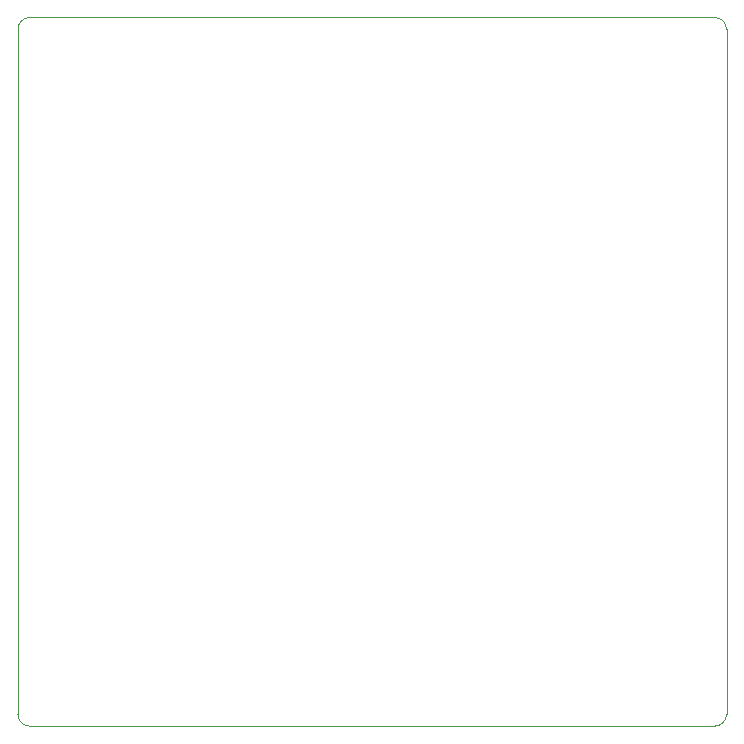
<source format=gbr>
%TF.GenerationSoftware,Altium Limited,Altium Designer,24.7.2 (38)*%
G04 Layer_Color=0*
%FSLAX45Y45*%
%MOMM*%
%TF.SameCoordinates,4E20714E-E0DB-4EF4-9D00-32C5CA98EF25*%
%TF.FilePolarity,Positive*%
%TF.FileFunction,Profile,NP*%
%TF.Part,Single*%
G01*
G75*
%TA.AperFunction,Profile*%
%ADD128C,0.02540*%
D128*
X2550000Y2625000D02*
Y8425000D01*
D02*
G02*
X2650000Y8525000I100000J0D01*
G01*
X8450000D01*
D02*
G02*
X8550000Y8425000I0J-100000D01*
G01*
Y2625000D01*
D02*
G02*
X8450000Y2525000I-100000J0D01*
G01*
X2650000D01*
D02*
G02*
X2550000Y2625000I0J100000D01*
G01*
%TF.MD5,255042d064e4aff7402c1663f5bf7c84*%
M02*

</source>
